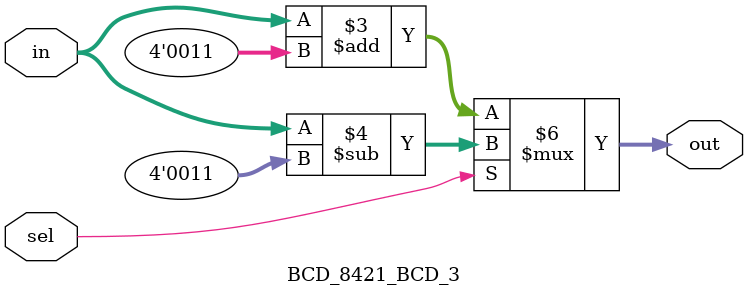
<source format=v>
`timescale 1ns / 1ps
module BCD_8421_BCD_3(sel, in, out
    );//selÎªÑ¡ÔñÐÅºÅ£¬0Îª8421×ª»¯ÎªÓà3Âë£¬1ÎªÓà3Âë×ª»¯8421Âë
	 input [3:0] in;
	 input sel;
	 output reg [3:0] out;
	 always @(*)
	 begin
		if(!sel)
			out = in + 4'b0011;
		else
			out = in - 4'b0011;
	 end


endmodule

</source>
